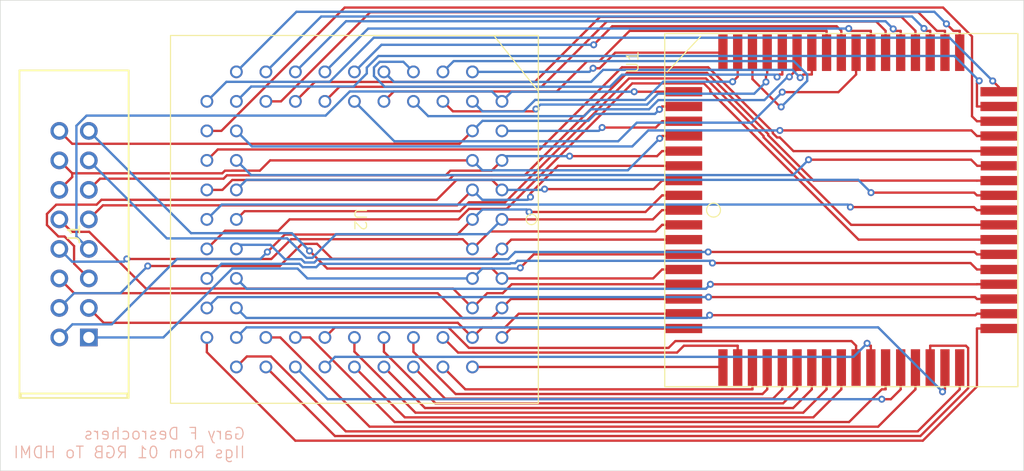
<source format=kicad_pcb>
(kicad_pcb (version 20240108) (generator "pcbnew") (generator_version "8.0")
  (layers (0 "F.Cu" signal) (31 "B.Cu" signal) (34 "B.Paste" user) (35 "F.Paste" user) (36 "B.SilkS" user "B.Silkscreen") (37 "F.SilkS" user "F.Silkscreen") (38 "B.Mask" user) (39 "F.Mask" user) (44 "Edge.Cuts" user))
  (net 0 "")
  (net 1 "Net-(U1-VID3)")
  (net 2 "Net-(U1-VID0)")
  (net 3 "Net-(U1-VID2)")
  (net 4 "Net-(U1-VID6)")
  (net 5 "Net-(U1-VID1)")
  (net 6 "Net-(U1-VID7)")
  (net 7 "Net-(U1-VID5)")
  (net 8 "Net-(U1-VID9)")
  (net 9 "Net-(U1-COMP-SYN)")
  (net 10 "Net-(U1-VID8)")
  (net 11 "Net-(U1-VSS)")
  (net 12 "Net-(U1-VID10)")
  (net 13 "Net-(U1-VID11)")
  (net 14 "Net-(J1-Pad16)")
  (net 15 "Net-(U1-VID4)")
  (net 16 "Net-(U1-28M)")
  (net 17 "Net-(U1-CLK)")
  (net 18 "Net-(U1-FLIP6)")
  (net 19 "Net-(U1-IRQ)")
  (net 20 "Net-(U1-VDD-Pad58)")
  (net 21 "Net-(U1-AD1)")
  (net 22 "Net-(U1-PH0)")
  (net 23 "Net-(U1-VBL)")
  (net 24 "Net-(U1-CLKCS)")
  (net 25 "Net-(U1-RA3)")
  (net 26 "Net-(U1-RGB8)")
  (net 27 "Net-(U1-MONO-COLOR)")
  (net 28 "Net-(U1-FLIP7)")
  (net 29 "Net-(U1-A12)")
  (net 30 "Net-(U1-VDD-Pad59)")
  (net 31 "Net-(U1-RGB4)")
  (net 32 "Net-(U1-BD7)")
  (net 33 "Net-(U1-STRETCH)")
  (net 34 "Net-(U1-R{slash}*W)")
  (net 35 "Net-(U1-RA4)")
  (net 36 "Net-(U1-AD0)")
  (net 37 "Net-(U1-TEST)")
  (net 38 "Net-(U1-1SEC)")
  (net 39 "Net-(U1-RA6)")
  (net 40 "Net-(U1-M2SEL{slash}CA)")
  (net 41 "Net-(U1-RGB2)")
  (net 42 "Net-(U1-BD0)")
  (net 43 "Net-(U1-RA2)")
  (net 44 "Net-(U1-14M)")
  (net 45 "Net-(U1-EN35)")
  (net 46 "Net-(U1-RA5)")
  (net 47 "Net-(U1-AD5)")
  (net 48 "Net-(U1-AD2)")
  (net 49 "Net-(U1-BD6)")
  (net 50 "Net-(U1-AD4)")
  (net 51 "Net-(U1-AD7)")
  (net 52 "Net-(U1-SYNC)")
  (net 53 "Net-(U1-DB5)")
  (net 54 "Net-(U1-RA0)")
  (net 55 "Net-(U1-PDC)")
  (net 56 "Net-(U1-BD1)")
  (net 57 "Net-(U1-AD6)")
  (net 58 "Net-(U1-RESET)")
  (net 59 "Net-(U1-BD4)")
  (net 60 "Net-(U1-HDSEL)")
  (net 61 "Net-(U1-RGB1)")
  (net 62 "Net-(U1-RA1)")
  (net 63 "Net-(U1-RA7)")
  (net 64 "Net-(U1-BD2)")
  (net 65 "Net-(U1-EXTIRQ)")
  (net 66 "Net-(U1-DATA)")
  (net 67 "Net-(U1-AD3)")
  (net 68 "Net-(U1-BD3)")
  (footprint "IIgsFootprints:Winslow W9327" (layer "F.Cu") (at 142.24 85.56 90)
    (property "Reference" "U1")
    (property "Value" "W9327")
  )
  (footprint "IIgsFootprints:con16_2X8_S4_TEC" (layer "F.Cu") (at 77.47 96.52 90)
    (property "Reference" "J1")
    (property "Value" "5103308-3")
  )
  (footprint "IIgsFootprints:PLCC-68-AT" (layer "F.Cu") (at 100.33 86.36 -90)
    (property "Reference" "U2")
    (property "Value" "PLCC-68-AT")
  )
  (gr_rect (start 69.85 67.5) (end 157.94 108) (stroke (width 0.05)) (fill none) (layer "Edge.Cuts"))
  (gr_text "Gary F Desrochers\nIIgs Rom 01 RGB To HDMI" (at 91 107 0) (layer "B.SilkS") (effects (font (size 1 1) (thickness 0.1)) (justify left bottom mirror)))
  (segment (start 126.0433 91.44) (end 113.03 91.44) (width 0.2) (layer "F.Cu") (net 1))
  (segment (start 96.4649 89.0662) (end 97.987 90.5883) (width 0.2) (layer "F.Cu") (net 1))
  (segment (start 112.1783 90.5883) (end 113.03 91.44) (width 0.2) (layer "F.Cu") (net 1))
  (segment (start 128.69 90.67) (end 126.8133 90.67) (width 0.2) (layer "F.Cu") (net 1))
  (segment (start 97.987 90.5883) (end 112.1783 90.5883) (width 0.2) (layer "F.Cu") (net 1))
  (segment (start 126.8133 90.67) (end 126.0433 91.44) (width 0.2) (layer "F.Cu") (net 1))
  (via (at 96.4649 89.0662) (size 0.6) (drill 0.3) (layers "F.Cu" "B.Cu") (net 1))
  (segment (start 86.2734 87.5434) (end 94.9421 87.5434) (width 0.2) (layer "B.Cu") (net 1))
  (segment (start 94.9421 87.5434) (end 96.4649 89.0662) (width 0.2) (layer "B.Cu") (net 1))
  (segment (start 77.47 78.74) (end 86.2734 87.5434) (width 0.2) (layer "B.Cu") (net 1))
  (segment (start 109.2283 95.2583) (end 110.49 96.52) (width 0.2) (layer "F.Cu") (net 2))
  (segment (start 78.7483 95.2583) (end 109.2283 95.2583) (width 0.2) (layer "F.Cu") (net 2))
  (segment (start 128.69 94.48) (end 114.469 94.48) (width 0.2) (layer "F.Cu") (net 2))
  (segment (start 113.2807 95.6683) (end 111.3417 95.6683) (width 0.2) (layer "F.Cu") (net 2))
  (segment (start 77.47 93.98) (end 78.7483 95.2583) (width 0.2) (layer "F.Cu") (net 2))
  (segment (start 114.469 94.48) (end 113.2807 95.6683) (width 0.2) (layer "F.Cu") (net 2))
  (segment (start 111.3417 95.6683) (end 110.49 96.52) (width 0.2) (layer "F.Cu") (net 2))
  (segment (start 111.76 92.71) (end 110.49 93.98) (width 0.2) (layer "F.Cu") (net 3))
  (segment (start 113.8677 91.94) (end 113.0977 92.71) (width 0.2) (layer "F.Cu") (net 3))
  (segment (start 74.93 86.36) (end 75.9998 87.4298) (width 0.2) (layer "F.Cu") (net 3))
  (segment (start 128.69 91.94) (end 113.8677 91.94) (width 0.2) (layer "F.Cu") (net 3))
  (segment (start 75.9998 87.4298) (end 77.5042 87.4298) (width 0.2) (layer "F.Cu") (net 3))
  (segment (start 108.8183 92.3083) (end 110.49 93.98) (width 0.2) (layer "F.Cu") (net 3))
  (segment (start 113.0977 92.71) (end 111.76 92.71) (width 0.2) (layer "F.Cu") (net 3))
  (segment (start 77.5042 87.4298) (end 82.3827 92.3083) (width 0.2) (layer "F.Cu") (net 3))
  (segment (start 82.3827 92.3083) (end 108.8183 92.3083) (width 0.2) (layer "F.Cu") (net 3))
  (segment (start 80.7401 89.7599) (end 80.7475 89.7673) (width 0.2) (layer "F.Cu") (net 4))
  (segment (start 109.6527 88.0627) (end 110.49 88.9) (width 0.2) (layer "F.Cu") (net 4))
  (segment (start 126.245 87.3983) (end 126.8133 86.83) (width 0.2) (layer "F.Cu") (net 4))
  (segment (start 94.8839 88.0627) (end 109.6527 88.0627) (width 0.2) (layer "F.Cu") (net 4))
  (segment (start 80.7475 89.7673) (end 93.1793 89.7673) (width 0.2) (layer "F.Cu") (net 4))
  (segment (start 93.1793 89.7673) (end 94.8839 88.0627) (width 0.2) (layer "F.Cu") (net 4))
  (segment (start 111.9917 87.3983) (end 126.245 87.3983) (width 0.2) (layer "F.Cu") (net 4))
  (segment (start 110.49 88.9) (end 111.9917 87.3983) (width 0.2) (layer "F.Cu") (net 4))
  (segment (start 128.69 86.83) (end 126.8133 86.83) (width 0.2) (layer "F.Cu") (net 4))
  (via (at 80.7401 89.7599) (size 0.6) (drill 0.3) (layers "F.Cu" "B.Cu") (net 4))
  (segment (start 80.7401 89.7599) (end 80.5023 89.9977) (width 0.2) (layer "B.Cu") (net 4))
  (segment (start 80.5023 89.9977) (end 76.0277 89.9977) (width 0.2) (layer "B.Cu") (net 4))
  (segment (start 76.0277 89.9977) (end 74.93 88.9) (width 0.2) (layer "B.Cu") (net 4))
  (segment (start 107.4917 92.71) (end 76.2 92.71) (width 0.2) (layer "F.Cu") (net 5))
  (segment (start 113.8 93.21) (end 113.03 93.98) (width 0.2) (layer "F.Cu") (net 5))
  (segment (start 76.2 92.71) (end 74.93 91.44) (width 0.2) (layer "F.Cu") (net 5))
  (segment (start 113.03 93.98) (end 112.1519 94.8581) (width 0.2) (layer "F.Cu") (net 5))
  (segment (start 109.6398 94.8581) (end 107.4917 92.71) (width 0.2) (layer "F.Cu") (net 5))
  (segment (start 112.1519 94.8581) (end 109.6398 94.8581) (width 0.2) (layer "F.Cu") (net 5))
  (segment (start 128.69 93.21) (end 113.8 93.21) (width 0.2) (layer "F.Cu") (net 5))
  (segment (start 128.69 85.56) (end 126.8133 85.56) (width 0.2) (layer "F.Cu") (net 6))
  (segment (start 126.0133 86.36) (end 126.8133 85.56) (width 0.2) (layer "F.Cu") (net 6))
  (segment (start 113.03 86.36) (end 126.0133 86.36) (width 0.2) (layer "F.Cu") (net 6))
  (segment (start 96.7141 89.6679) (end 98.7519 87.6301) (width 0.2) (layer "B.Cu") (net 6))
  (segment (start 94.5417 87.9938) (end 96.2158 89.6679) (width 0.2) (layer "B.Cu") (net 6))
  (segment (start 84.1838 87.9938) (end 94.5417 87.9938) (width 0.2) (layer "B.Cu") (net 6))
  (segment (start 98.7519 87.63) (end 111.76 87.63) (width 0.2) (layer "B.Cu") (net 6))
  (segment (start 111.76 87.63) (end 113.03 86.36) (width 0.2) (layer "B.Cu") (net 6))
  (segment (start 98.7519 87.6301) (end 98.7519 87.63) (width 0.2) (layer "B.Cu") (net 6))
  (segment (start 77.47 81.28) (end 84.1838 87.9938) (width 0.2) (layer "B.Cu") (net 6))
  (segment (start 96.2158 89.6679) (end 96.7141 89.6679) (width 0.2) (layer "B.Cu") (net 6))
  (segment (start 93.9074 90.3711) (end 95.8141 88.4644) (width 0.2) (layer "F.Cu") (net 7))
  (segment (start 128.69 88.1) (end 113.83 88.1) (width 0.2) (layer "F.Cu") (net 7))
  (segment (start 112.1783 89.7517) (end 113.03 88.9) (width 0.2) (layer "F.Cu") (net 7))
  (segment (start 82.5424 90.3711) (end 93.9074 90.3711) (width 0.2) (layer "F.Cu") (net 7))
  (segment (start 95.8141 88.4644) (end 97.1158 88.4644) (width 0.2) (layer "F.Cu") (net 7))
  (segment (start 113.83 88.1) (end 113.03 88.9) (width 0.2) (layer "F.Cu") (net 7))
  (segment (start 97.1158 88.4644) (end 98.4031 89.7517) (width 0.2) (layer "F.Cu") (net 7))
  (segment (start 98.4031 89.7517) (end 112.1783 89.7517) (width 0.2) (layer "F.Cu") (net 7))
  (via (at 82.5424 90.3711) (size 0.6) (drill 0.3) (layers "F.Cu" "B.Cu") (net 7))
  (segment (start 76.2 92.71) (end 80.2035 92.71) (width 0.2) (layer "B.Cu") (net 7))
  (segment (start 74.93 93.98) (end 76.2 92.71) (width 0.2) (layer "B.Cu") (net 7))
  (segment (start 80.2035 92.71) (end 82.5424 90.3711) (width 0.2) (layer "B.Cu") (net 7))
  (segment (start 126.0812 83.7521) (end 126.8133 83.02) (width 0.2) (layer "F.Cu") (net 8))
  (segment (start 76.2 90.17) (end 77.47 91.44) (width 0.2) (layer "F.Cu") (net 8))
  (segment (start 75.3759 87.83) (end 76.2 88.6541) (width 0.2) (layer "F.Cu") (net 8))
  (segment (start 113.03 83.82) (end 112.1783 82.9683) (width 0.2) (layer "F.Cu") (net 8))
  (segment (start 109.1193 82.9683) (end 107.4159 84.6717) (width 0.2) (layer "F.Cu") (net 8))
  (segment (start 112.1783 82.9683) (end 109.1193 82.9683) (width 0.2) (layer "F.Cu") (net 8))
  (segment (start 74.6662 85.09) (end 73.8663 85.8899) (width 0.2) (layer "F.Cu") (net 8))
  (segment (start 73.8663 86.8453) (end 74.851 87.83) (width 0.2) (layer "F.Cu") (net 8))
  (segment (start 78.1384 85.09) (end 74.6662 85.09) (width 0.2) (layer "F.Cu") (net 8))
  (segment (start 78.5567 84.6717) (end 78.1384 85.09) (width 0.2) (layer "F.Cu") (net 8))
  (segment (start 128.69 83.02) (end 126.8133 83.02) (width 0.2) (layer "F.Cu") (net 8))
  (segment (start 73.8663 85.8899) (end 73.8663 86.8453) (width 0.2) (layer "F.Cu") (net 8))
  (segment (start 76.2 88.6541) (end 76.2 90.17) (width 0.2) (layer "F.Cu") (net 8))
  (segment (start 116.7008 83.7521) (end 126.0812 83.7521) (width 0.2) (layer "F.Cu") (net 8))
  (segment (start 74.851 87.83) (end 75.3759 87.83) (width 0.2) (layer "F.Cu") (net 8))
  (segment (start 107.4159 84.6717) (end 78.5567 84.6717) (width 0.2) (layer "F.Cu") (net 8))
  (via (at 116.7008 83.7521) (size 0.6) (drill 0.3) (layers "F.Cu" "B.Cu") (net 8))
  (segment (start 116.6329 83.82) (end 116.7008 83.7521) (width 0.2) (layer "B.Cu") (net 8))
  (segment (start 113.03 83.82) (end 116.6329 83.82) (width 0.2) (layer "B.Cu") (net 8))
  (segment (start 89.1866 82.1634) (end 88.9588 82.3912) (width 0.2) (layer "F.Cu") (net 9))
  (segment (start 88.9588 82.3912) (end 76.0412 82.3912) (width 0.2) (layer "F.Cu") (net 9))
  (segment (start 128.69 79.18) (end 126.8133 79.18) (width 0.2) (layer "F.Cu") (net 9))
  (segment (start 110.49 81.28) (end 93.0757 81.28) (width 0.2) (layer "F.Cu") (net 9))
  (segment (start 126.8133 79.18) (end 126.6079 79.3854) (width 0.2) (layer "F.Cu") (net 9))
  (segment (start 76.0412 82.3912) (end 74.93 81.28) (width 0.2) (layer "F.Cu") (net 9))
  (segment (start 92.1923 82.1634) (end 89.1866 82.1634) (width 0.2) (layer "F.Cu") (net 9))
  (segment (start 93.0757 81.28) (end 92.1923 82.1634) (width 0.2) (layer "F.Cu") (net 9))
  (segment (start 76.0412 82.3912) (end 76.0412 82.7088) (width 0.2) (layer "F.Cu") (net 9))
  (segment (start 76.0412 82.7088) (end 74.93 83.82) (width 0.2) (layer "F.Cu") (net 9))
  (via (at 126.6079 79.3854) (size 0.6) (drill 0.3) (layers "F.Cu" "B.Cu") (net 9))
  (segment (start 110.49 81.28) (end 111.344 82.134) (width 0.2) (layer "B.Cu") (net 9))
  (segment (start 111.344 82.134) (end 123.8593 82.134) (width 0.2) (layer "B.Cu") (net 9))
  (segment (start 123.8593 82.134) (end 126.6079 79.3854) (width 0.2) (layer "B.Cu") (net 9))
  (segment (start 115.3665 85.7205) (end 125.3828 85.7205) (width 0.2) (layer "F.Cu") (net 10))
  (segment (start 128.69 84.29) (end 126.8133 84.29) (width 0.2) (layer "F.Cu") (net 10))
  (segment (start 109.189 87.661) (end 94.341 87.661) (width 0.2) (layer "F.Cu") (net 10))
  (segment (start 94.341 87.661) (end 92.8364 89.1656) (width 0.2) (layer "F.Cu") (net 10))
  (segment (start 110.49 86.36) (end 109.189 87.661) (width 0.2) (layer "F.Cu") (net 10))
  (segment (start 125.3828 85.7205) (end 126.8133 84.29) (width 0.2) (layer "F.Cu") (net 10))
  (via (at 115.3665 85.7205) (size 0.6) (drill 0.3) (layers "F.Cu" "B.Cu") (net 10))
  (via (at 92.8364 89.1656) (size 0.6) (drill 0.3) (layers "F.Cu" "B.Cu") (net 10))
  (segment (start 111.3417 85.5083) (end 115.1543 85.5083) (width 0.2) (layer "B.Cu") (net 10))
  (segment (start 110.49 86.36) (end 111.3417 85.5083) (width 0.2) (layer "B.Cu") (net 10))
  (segment (start 92.8364 89.1656) (end 92.2362 89.7658) (width 0.2) (layer "B.Cu") (net 10))
  (segment (start 115.1543 85.5083) (end 115.3665 85.7205) (width 0.2) (layer "B.Cu") (net 10))
  (segment (start 85.067 89.7658) (end 79.4413 95.3915) (width 0.2) (layer "B.Cu") (net 10))
  (segment (start 79.4413 95.3915) (end 76.0585 95.3915) (width 0.2) (layer "B.Cu") (net 10))
  (segment (start 92.2362 89.7658) (end 85.067 89.7658) (width 0.2) (layer "B.Cu") (net 10))
  (segment (start 76.0585 95.3915) (end 74.93 96.52) (width 0.2) (layer "B.Cu") (net 10))
  (segment (start 126.8133 75.37) (end 124.4121 75.37) (width 0.2) (layer "F.Cu") (net 11))
  (segment (start 128.69 75.37) (end 126.8133 75.37) (width 0.2) (layer "F.Cu") (net 11))
  (via (at 124.4121 75.37) (size 0.6) (drill 0.3) (layers "F.Cu" "B.Cu") (net 11))
  (segment (start 97.8518 77.4255) (end 77.2769 77.4255) (width 0.2) (layer "B.Cu") (net 11))
  (segment (start 113.86 75.37) (end 124.4121 75.37) (width 0.2) (layer "B.Cu") (net 11))
  (segment (start 76.4019 78.3005) (end 76.4019 87.8319) (width 0.2) (layer "B.Cu") (net 11))
  (segment (start 113.03 76.2) (end 112.1783 75.3483) (width 0.2) (layer "B.Cu") (net 11))
  (segment (start 113.03 76.2) (end 113.86 75.37) (width 0.2) (layer "B.Cu") (net 11))
  (segment (start 99.929 75.3483) (end 97.8518 77.4255) (width 0.2) (layer "B.Cu") (net 11))
  (segment (start 112.1783 75.3483) (end 99.929 75.3483) (width 0.2) (layer "B.Cu") (net 11))
  (segment (start 76.4019 87.8319) (end 77.47 88.9) (width 0.2) (layer "B.Cu") (net 11))
  (segment (start 77.2769 77.4255) (end 76.4019 78.3005) (width 0.2) (layer "B.Cu") (net 11))
  (segment (start 117.8521 81.75) (end 115.4829 84.1192) (width 0.2) (layer "F.Cu") (net 12))
  (segment (start 78.6808 85.1492) (end 77.47 86.36) (width 0.2) (layer "F.Cu") (net 12))
  (segment (start 128.69 81.75) (end 117.8521 81.75) (width 0.2) (layer "F.Cu") (net 12))
  (segment (start 110.49 83.82) (end 109.1608 85.1492) (width 0.2) (layer "F.Cu") (net 12))
  (segment (start 109.1608 85.1492) (end 78.6808 85.1492) (width 0.2) (layer "F.Cu") (net 12))
  (segment (start 115.4829 84.1192) (end 115.4829 84.4364) (width 0.2) (layer "F.Cu") (net 12))
  (via (at 115.4829 84.4364) (size 0.6) (drill 0.3) (layers "F.Cu" "B.Cu") (net 12))
  (segment (start 111.3455 84.6755) (end 115.2438 84.6755) (width 0.2) (layer "B.Cu") (net 12))
  (segment (start 115.2438 84.6755) (end 115.4829 84.4364) (width 0.2) (layer "B.Cu") (net 12))
  (segment (start 110.49 83.82) (end 111.3455 84.6755) (width 0.2) (layer "B.Cu") (net 12))
  (segment (start 89.3535 82.5666) (end 89.0652 82.8549) (width 0.2) (layer "F.Cu") (net 13))
  (segment (start 112.1451 82.1649) (end 108.5863 82.1649) (width 0.2) (layer "F.Cu") (net 13))
  (segment (start 113.03 81.28) (end 112.1451 82.1649) (width 0.2) (layer "F.Cu") (net 13))
  (segment (start 89.0652 82.8549) (end 78.435 82.8549) (width 0.2) (layer "F.Cu") (net 13))
  (segment (start 78.435 82.8549) (end 78.435 82.855) (width 0.2) (layer "F.Cu") (net 13))
  (segment (start 108.5863 82.1649) (end 108.1846 82.5666) (width 0.2) (layer "F.Cu") (net 13))
  (segment (start 78.435 82.855) (end 77.47 83.82) (width 0.2) (layer "F.Cu") (net 13))
  (segment (start 128.69 80.48) (end 126.8133 80.48) (width 0.2) (layer "F.Cu") (net 13))
  (segment (start 108.1846 82.5666) (end 89.3535 82.5666) (width 0.2) (layer "F.Cu") (net 13))
  (segment (start 126.8133 80.48) (end 126.3796 80.9137) (width 0.2) (layer "F.Cu") (net 13))
  (segment (start 126.3796 80.9137) (end 118.8504 80.9137) (width 0.2) (layer "F.Cu") (net 13))
  (via (at 118.8504 80.9137) (size 0.6) (drill 0.3) (layers "F.Cu" "B.Cu") (net 13))
  (segment (start 113.3963 80.9137) (end 118.8504 80.9137) (width 0.2) (layer "B.Cu") (net 13))
  (segment (start 113.03 81.28) (end 113.3963 80.9137) (width 0.2) (layer "B.Cu") (net 13))
  (segment (start 110.49 78.74) (end 109.3789 79.8511) (width 0.2) (layer "F.Cu") (net 14))
  (segment (start 128.69 76.64) (end 126.8133 76.64) (width 0.2) (layer "F.Cu") (net 14))
  (segment (start 126.8133 76.64) (end 126.8133 76.6651) (width 0.2) (layer "F.Cu") (net 14))
  (segment (start 76.0411 79.8511) (end 74.93 78.74) (width 0.2) (layer "F.Cu") (net 14))
  (segment (start 126.8133 76.6651) (end 126.5879 76.8905) (width 0.2) (layer "F.Cu") (net 14))
  (segment (start 109.3789 79.8511) (end 76.0411 79.8511) (width 0.2) (layer "F.Cu") (net 14))
  (via (at 126.5879 76.8905) (size 0.6) (drill 0.3) (layers "F.Cu" "B.Cu") (net 14))
  (segment (start 121.0615 77.2818) (end 126.1966 77.2818) (width 0.2) (layer "B.Cu") (net 14))
  (segment (start 120.4647 77.8786) (end 121.0615 77.2818) (width 0.2) (layer "B.Cu") (net 14))
  (segment (start 126.1966 77.2818) (end 126.5879 76.8905) (width 0.2) (layer "B.Cu") (net 14))
  (segment (start 111.3514 77.8786) (end 120.4647 77.8786) (width 0.2) (layer "B.Cu") (net 14))
  (segment (start 110.49 78.74) (end 111.3514 77.8786) (width 0.2) (layer "B.Cu") (net 14))
  (segment (start 114.6059 90.5267) (end 115.7626 89.37) (width 0.2) (layer "F.Cu") (net 15))
  (segment (start 115.7626 89.37) (end 128.69 89.37) (width 0.2) (layer "F.Cu") (net 15))
  (via (at 114.6059 90.5267) (size 0.6) (drill 0.3) (layers "F.Cu" "B.Cu") (net 15))
  (segment (start 111.3425 90.5875) (end 110.49 91.44) (width 0.2) (layer "B.Cu") (net 15))
  (segment (start 96.2839 91.44) (end 110.49 91.44) (width 0.2) (layer "B.Cu") (net 15))
  (segment (start 95.4322 90.5883) (end 96.2839 91.44) (width 0.2) (layer "B.Cu") (net 15))
  (segment (start 83.8855 96.52) (end 89.8172 90.5883) (width 0.2) (layer "B.Cu") (net 15))
  (segment (start 114.6059 90.5267) (end 114.5451 90.5875) (width 0.2) (layer "B.Cu") (net 15))
  (segment (start 114.5451 90.5875) (end 111.3425 90.5875) (width 0.2) (layer "B.Cu") (net 15))
  (segment (start 77.47 96.52) (end 83.8855 96.52) (width 0.2) (layer "B.Cu") (net 15))
  (segment (start 89.8172 90.5883) (end 95.4322 90.5883) (width 0.2) (layer "B.Cu") (net 15))
  (segment (start 133.32 74.0766) (end 132.8862 74.5104) (width 0.2) (layer "F.Cu") (net 16))
  (segment (start 133.32 73.8867) (end 133.32 74.0766) (width 0.2) (layer "F.Cu") (net 16))
  (segment (start 133.32 72.01) (end 133.32 73.8867) (width 0.2) (layer "F.Cu") (net 16))
  (via (at 132.8862 74.5104) (size 0.6) (drill 0.3) (layers "F.Cu" "B.Cu") (net 16))
  (segment (start 115.8847 76.0751) (end 114.8996 77.0602) (width 0.2) (layer "B.Cu") (net 16))
  (segment (start 111.3502 77.0602) (end 110.49 76.2) (width 0.2) (layer "B.Cu") (net 16))
  (segment (start 125.3447 76.0751) (end 115.8847 76.0751) (width 0.2) (layer "B.Cu") (net 16))
  (segment (start 132.8862 74.5104) (end 126.9094 74.5104) (width 0.2) (layer "B.Cu") (net 16))
  (segment (start 114.8996 77.0602) (end 111.3502 77.0602) (width 0.2) (layer "B.Cu") (net 16))
  (segment (start 126.9094 74.5104) (end 125.3447 76.0751) (width 0.2) (layer "B.Cu") (net 16))
  (segment (start 108.1401 101.7901) (end 136.3566 101.7901) (width 0.2) (layer "F.Cu") (net 17))
  (segment (start 105.41 99.06) (end 108.1401 101.7901) (width 0.2) (layer "F.Cu") (net 17))
  (segment (start 136.3566 101.7901) (end 137.16 100.9867) (width 0.2) (layer "F.Cu") (net 17))
  (segment (start 137.16 99.11) (end 137.16 100.9867) (width 0.2) (layer "F.Cu") (net 17))
  (segment (start 142.9098 103.7986) (end 145.7217 100.9867) (width 0.2) (layer "F.Cu") (net 18))
  (segment (start 145.7217 100.9867) (end 146.05 100.9867) (width 0.2) (layer "F.Cu") (net 18))
  (segment (start 103.7884 103.7986) (end 142.9098 103.7986) (width 0.2) (layer "F.Cu") (net 18))
  (segment (start 146.05 99.11) (end 146.05 100.9867) (width 0.2) (layer "F.Cu") (net 18))
  (segment (start 96.5098 96.52) (end 103.7884 103.7986) (width 0.2) (layer "F.Cu") (net 18))
  (segment (start 95.25 96.52) (end 96.5098 96.52) (width 0.2) (layer "F.Cu") (net 18))
  (segment (start 155.79 93.21) (end 153.9133 93.21) (width 0.2) (layer "F.Cu") (net 19))
  (segment (start 153.9133 93.21) (end 153.7483 93.045) (width 0.2) (layer "F.Cu") (net 19))
  (segment (start 153.7483 93.045) (end 130.8068 93.045) (width 0.2) (layer "F.Cu") (net 19))
  (via (at 130.8068 93.045) (size 0.6) (drill 0.3) (layers "F.Cu" "B.Cu") (net 19))
  (segment (start 88.565 93.045) (end 130.8068 93.045) (width 0.2) (layer "B.Cu") (net 19))
  (segment (start 87.63 93.98) (end 88.565 93.045) (width 0.2) (layer "B.Cu") (net 19))
  (segment (start 134.59 100.9867) (end 109.8767 100.9867) (width 0.2) (layer "F.Cu") (net 20))
  (segment (start 134.59 99.11) (end 134.59 100.9867) (width 0.2) (layer "F.Cu") (net 20))
  (segment (start 109.8767 100.9867) (end 107.95 99.06) (width 0.2) (layer "F.Cu") (net 20))
  (segment (start 142.24 72.01) (end 142.24 70.1333) (width 0.2) (layer "F.Cu") (net 21))
  (segment (start 141.8383 69.7316) (end 122.5241 69.7316) (width 0.2) (layer "F.Cu") (net 21))
  (segment (start 122.5241 69.7316) (end 120.9254 71.3303) (width 0.2) (layer "F.Cu") (net 21))
  (segment (start 142.24 70.1333) (end 141.8383 69.7316) (width 0.2) (layer "F.Cu") (net 21))
  (via (at 120.9254 71.3303) (size 0.6) (drill 0.3) (layers "F.Cu" "B.Cu") (net 21))
  (segment (start 100.33 73.66) (end 102.6597 71.3303) (width 0.2) (layer "B.Cu") (net 21))
  (segment (start 102.6597 71.3303) (end 120.9254 71.3303) (width 0.2) (layer "B.Cu") (net 21))
  (segment (start 151.16 99.11) (end 151.16 100.9867) (width 0.2) (layer "F.Cu") (net 22))
  (segment (start 151.16 100.9867) (end 150.9534 101.1933) (width 0.2) (layer "F.Cu") (net 22))
  (segment (start 150.9534 101.1933) (end 150.9518 101.1933) (width 0.2) (layer "F.Cu") (net 22))
  (via (at 150.9518 101.1933) (size 0.6) (drill 0.3) (layers "F.Cu" "B.Cu") (net 22))
  (segment (start 90.17 96.52) (end 91.0381 95.6519) (width 0.2) (layer "B.Cu") (net 22))
  (segment (start 91.0381 95.6519) (end 145.4104 95.6519) (width 0.2) (layer "B.Cu") (net 22))
  (segment (start 145.4104 95.6519) (end 150.9518 101.1933) (width 0.2) (layer "B.Cu") (net 22))
  (segment (start 142.24 99.11) (end 142.24 100.9867) (width 0.2) (layer "F.Cu") (net 23))
  (segment (start 104.6669 103.3969) (end 139.8298 103.3969) (width 0.2) (layer "F.Cu") (net 23))
  (segment (start 100.33 99.06) (end 104.6669 103.3969) (width 0.2) (layer "F.Cu") (net 23))
  (segment (start 139.8298 103.3969) (end 142.24 100.9867) (width 0.2) (layer "F.Cu") (net 23))
  (segment (start 106.4035 102.5935) (end 138.0932 102.5935) (width 0.2) (layer "F.Cu") (net 24))
  (segment (start 102.87 99.06) (end 106.4035 102.5935) (width 0.2) (layer "F.Cu") (net 24))
  (segment (start 139.7 99.11) (end 139.7 100.9867) (width 0.2) (layer "F.Cu") (net 24))
  (segment (start 138.0932 102.5935) (end 139.7 100.9867) (width 0.2) (layer "F.Cu") (net 24))
  (segment (start 155.79 85.56) (end 153.9133 85.56) (width 0.2) (layer "F.Cu") (net 25))
  (segment (start 153.6523 85.299) (end 143.0188 85.299) (width 0.2) (layer "F.Cu") (net 25))
  (segment (start 153.9133 85.56) (end 153.6523 85.299) (width 0.2) (layer "F.Cu") (net 25))
  (via (at 143.0188 85.299) (size 0.6) (drill 0.3) (layers "F.Cu" "B.Cu") (net 25))
  (segment (start 142.8009 85.0811) (end 143.0188 85.299) (width 0.2) (layer "B.Cu") (net 25))
  (segment (start 88.9089 85.0811) (end 142.8009 85.0811) (width 0.2) (layer "B.Cu") (net 25))
  (segment (start 87.63 86.36) (end 88.9089 85.0811) (width 0.2) (layer "B.Cu") (net 25))
  (segment (start 143.0775 70.1333) (end 142.8766 69.9324) (width 0.2) (layer "F.Cu") (net 26))
  (segment (start 144.78 70.1333) (end 143.0775 70.1333) (width 0.2) (layer "F.Cu") (net 26))
  (segment (start 144.78 72.01) (end 144.78 70.1333) (width 0.2) (layer "F.Cu") (net 26))
  (via (at 142.8766 69.9324) (size 0.6) (drill 0.3) (layers "F.Cu" "B.Cu") (net 26))
  (segment (start 101.5176 69.9324) (end 142.8766 69.9324) (width 0.2) (layer "B.Cu") (net 26))
  (segment (start 97.79 73.66) (end 101.5176 69.9324) (width 0.2) (layer "B.Cu") (net 26))
  (segment (start 128.69 77.91) (end 126.8133 77.91) (width 0.2) (layer "F.Cu") (net 27))
  (segment (start 126.2698 78.4535) (end 126.8133 77.91) (width 0.2) (layer "F.Cu") (net 27))
  (segment (start 121.6517 78.4535) (end 126.2698 78.4535) (width 0.2) (layer "F.Cu") (net 27))
  (via (at 121.6517 78.4535) (size 0.6) (drill 0.3) (layers "F.Cu" "B.Cu") (net 27))
  (segment (start 113.03 78.74) (end 121.3652 78.74) (width 0.2) (layer "B.Cu") (net 27))
  (segment (start 121.3652 78.74) (end 121.6517 78.4535) (width 0.2) (layer "B.Cu") (net 27))
  (segment (start 147.35 99.11) (end 147.35 100.9867) (width 0.2) (layer "F.Cu") (net 28))
  (segment (start 147.35 100.9867) (end 146.501 101.8357) (width 0.2) (layer "F.Cu") (net 28))
  (segment (start 146.501 101.8357) (end 145.7235 101.8357) (width 0.2) (layer "F.Cu") (net 28))
  (via (at 145.7235 101.8357) (size 0.6) (drill 0.3) (layers "F.Cu" "B.Cu") (net 28))
  (segment (start 98.0257 101.8357) (end 145.7235 101.8357) (width 0.2) (layer "B.Cu") (net 28))
  (segment (start 95.25 99.06) (end 98.0257 101.8357) (width 0.2) (layer "B.Cu") (net 28))
  (segment (start 144.78 99.11) (end 144.78 97.2333) (width 0.2) (layer "F.Cu") (net 29))
  (segment (start 144.6719 97.2333) (end 144.4616 97.023) (width 0.2) (layer "F.Cu") (net 29))
  (segment (start 144.78 97.2333) (end 144.6719 97.2333) (width 0.2) (layer "F.Cu") (net 29))
  (via (at 144.4616 97.023) (size 0.6) (drill 0.3) (layers "F.Cu" "B.Cu") (net 29))
  (segment (start 143.2924 98.1922) (end 144.4616 97.023) (width 0.2) (layer "B.Cu") (net 29))
  (segment (start 97.79 99.06) (end 98.6578 98.1922) (width 0.2) (layer "B.Cu") (net 29))
  (segment (start 98.6578 98.1922) (end 143.2924 98.1922) (width 0.2) (layer "B.Cu") (net 29))
  (segment (start 107.95 96.52) (end 109.2511 97.8211) (width 0.2) (layer "F.Cu") (net 30))
  (segment (start 133.32 99.11) (end 133.32 97.2333) (width 0.2) (layer "F.Cu") (net 30))
  (segment (start 128.6881 97.2333) (end 133.32 97.2333) (width 0.2) (layer "F.Cu") (net 30))
  (segment (start 128.1003 97.8211) (end 128.6881 97.2333) (width 0.2) (layer "F.Cu") (net 30))
  (segment (start 109.2511 97.8211) (end 128.1003 97.8211) (width 0.2) (layer "F.Cu") (net 30))
  (segment (start 146.05 72.01) (end 146.05 70.1333) (width 0.2) (layer "F.Cu") (net 31))
  (segment (start 116.4319 74.9459) (end 122.0479 69.3299) (width 0.2) (layer "F.Cu") (net 31))
  (segment (start 97.79 76.2) (end 99.0441 74.9459) (width 0.2) (layer "F.Cu") (net 31))
  (segment (start 99.0441 74.9459) (end 116.4319 74.9459) (width 0.2) (layer "F.Cu") (net 31))
  (segment (start 122.0479 69.3299) (end 145.2466 69.3299) (width 0.2) (layer "F.Cu") (net 31))
  (segment (start 145.2466 69.3299) (end 146.05 70.1333) (width 0.2) (layer "F.Cu") (net 31))
  (segment (start 136.7046 79.3054) (end 136.3499 78.9507) (width 0.2) (layer "F.Cu") (net 32))
  (segment (start 130.7841 73.2664) (end 123.3581 73.2664) (width 0.2) (layer "F.Cu") (net 32))
  (segment (start 136.9437 79.3054) (end 136.7046 79.3054) (width 0.2) (layer "F.Cu") (net 32))
  (segment (start 136.3499 78.8322) (end 130.7841 73.2664) (width 0.2) (layer "F.Cu") (net 32))
  (segment (start 138.1183 80.48) (end 136.9437 79.3054) (width 0.2) (layer "F.Cu") (net 32))
  (segment (start 136.3499 78.9507) (end 136.3499 78.8322) (width 0.2) (layer "F.Cu") (net 32))
  (segment (start 88.5694 80.3406) (end 87.63 81.28) (width 0.2) (layer "F.Cu") (net 32))
  (segment (start 116.2839 80.3406) (end 88.5694 80.3406) (width 0.2) (layer "F.Cu") (net 32))
  (segment (start 123.3581 73.2664) (end 116.2839 80.3406) (width 0.2) (layer "F.Cu") (net 32))
  (segment (start 155.79 80.48) (end 138.1183 80.48) (width 0.2) (layer "F.Cu") (net 32))
  (segment (start 110.49 99.06) (end 132 99.06) (width 0.2) (layer "F.Cu") (net 33))
  (segment (start 132 99.06) (end 132.05 99.11) (width 0.2) (layer "F.Cu") (net 33))
  (segment (start 149.89 99.11) (end 149.89 97.2333) (width 0.2) (layer "F.Cu") (net 34))
  (segment (start 98.6537 105.0037) (end 149.0453 105.0037) (width 0.2) (layer "F.Cu") (net 34))
  (segment (start 92.71 99.06) (end 98.6537 105.0037) (width 0.2) (layer "F.Cu") (net 34))
  (segment (start 152.9624 97.2333) (end 149.89 97.2333) (width 0.2) (layer "F.Cu") (net 34))
  (segment (start 153.1548 100.8942) (end 153.1548 97.4257) (width 0.2) (layer "F.Cu") (net 34))
  (segment (start 153.1548 97.4257) (end 152.9624 97.2333) (width 0.2) (layer "F.Cu") (net 34))
  (segment (start 149.0453 105.0037) (end 153.1548 100.8942) (width 0.2) (layer "F.Cu") (net 34))
  (segment (start 135.545 79.2859) (end 135.545 79.1824) (width 0.2) (layer "F.Cu") (net 35))
  (segment (start 143.0891 86.83) (end 135.545 79.2859) (width 0.2) (layer "F.Cu") (net 35))
  (segment (start 113.3045 84.8871) (end 110.1862 84.8871) (width 0.2) (layer "F.Cu") (net 35))
  (segment (start 135.545 79.1824) (end 130.5922 74.2296) (width 0.2) (layer "F.Cu") (net 35))
  (segment (start 130.5922 74.2296) (end 123.962 74.2296) (width 0.2) (layer "F.Cu") (net 35))
  (segment (start 155.79 86.83) (end 143.0891 86.83) (width 0.2) (layer "F.Cu") (net 35))
  (segment (start 123.962 74.2296) (end 113.3045 84.8871) (width 0.2) (layer "F.Cu") (net 35))
  (segment (start 110.1862 84.8871) (end 109.4214 85.6519) (width 0.2) (layer "F.Cu") (net 35))
  (segment (start 109.4214 85.6519) (end 90.8781 85.6519) (width 0.2) (layer "F.Cu") (net 35))
  (segment (start 90.8781 85.6519) (end 90.17 86.36) (width 0.2) (layer "F.Cu") (net 35))
  (segment (start 141.9924 75.4043) (end 143.51 73.8867) (width 0.2) (layer "F.Cu") (net 36))
  (segment (start 143.51 72.01) (end 143.51 73.8867) (width 0.2) (layer "F.Cu") (net 36))
  (segment (start 137.1546 75.4043) (end 141.9924 75.4043) (width 0.2) (layer "F.Cu") (net 36))
  (via (at 137.1546 75.4043) (size 0.6) (drill 0.3) (layers "F.Cu" "B.Cu") (net 36))
  (segment (start 124.6352 78.0337) (end 134.5252 78.0337) (width 0.2) (layer "B.Cu") (net 36))
  (segment (start 103.7637 79.6337) (end 123.0352 79.6337) (width 0.2) (layer "B.Cu") (net 36))
  (segment (start 100.33 76.2) (end 103.7637 79.6337) (width 0.2) (layer "B.Cu") (net 36))
  (segment (start 123.0352 79.6337) (end 124.6352 78.0337) (width 0.2) (layer "B.Cu") (net 36))
  (segment (start 134.5252 78.0337) (end 137.1546 75.4043) (width 0.2) (layer "B.Cu") (net 36))
  (segment (start 153.7889 94.6044) (end 153.9133 94.48) (width 0.2) (layer "F.Cu") (net 37))
  (segment (start 130.909 94.6044) (end 153.7889 94.6044) (width 0.2) (layer "F.Cu") (net 37))
  (segment (start 155.79 94.48) (end 153.9133 94.48) (width 0.2) (layer "F.Cu") (net 37))
  (via (at 130.909 94.6044) (size 0.6) (drill 0.3) (layers "F.Cu" "B.Cu") (net 37))
  (segment (start 90.17 93.98) (end 91.0297 94.8397) (width 0.2) (layer "B.Cu") (net 37))
  (segment (start 91.0297 94.8397) (end 130.6737 94.8397) (width 0.2) (layer "B.Cu") (net 37))
  (segment (start 130.6737 94.8397) (end 130.909 94.6044) (width 0.2) (layer "B.Cu") (net 37))
  (segment (start 135.4583 101.3884) (end 135.86 100.9867) (width 0.2) (layer "F.Cu") (net 38))
  (segment (start 105.41 97.7541) (end 109.0443 101.3884) (width 0.2) (layer "F.Cu") (net 38))
  (segment (start 109.0443 101.3884) (end 135.4583 101.3884) (width 0.2) (layer "F.Cu") (net 38))
  (segment (start 135.86 99.11) (end 135.86 100.9867) (width 0.2) (layer "F.Cu") (net 38))
  (segment (start 105.41 96.52) (end 105.41 97.7541) (width 0.2) (layer "F.Cu") (net 38))
  (segment (start 155.79 89.37) (end 153.9133 89.37) (width 0.2) (layer "F.Cu") (net 39))
  (segment (start 153.7062 89.1629) (end 130.7806 89.1629) (width 0.2) (layer "F.Cu") (net 39))
  (segment (start 153.9133 89.37) (end 153.7062 89.1629) (width 0.2) (layer "F.Cu") (net 39))
  (via (at 130.7806 89.1629) (size 0.6) (drill 0.3) (layers "F.Cu" "B.Cu") (net 39))
  (segment (start 96.8804 90.0696) (end 97.1681 89.7819) (width 0.2) (layer "B.Cu") (net 39))
  (segment (start 97.1681 89.7819) (end 113.5476 89.7819) (width 0.2) (layer "B.Cu") (net 39))
  (segment (start 113.5476 89.7819) (end 114.1666 89.1629) (width 0.2) (layer "B.Cu") (net 39))
  (segment (start 94.3417 89.7819) (end 95.7618 89.7819) (width 0.2) (layer "B.Cu") (net 39))
  (segment (start 114.1666 89.1629) (end 130.7806 89.1629) (width 0.2) (layer "B.Cu") (net 39))
  (segment (start 90.5251 88.5449) (end 93.1047 88.5449) (width 0.2) (layer "B.Cu") (net 39))
  (segment (start 90.17 88.9) (end 90.5251 88.5449) (width 0.2) (layer "B.Cu") (net 39))
  (segment (start 93.1047 88.5449) (end 94.3417 89.7819) (width 0.2) (layer "B.Cu") (net 39))
  (segment (start 96.0495 90.0696) (end 96.8804 90.0696) (width 0.2) (layer "B.Cu") (net 39))
  (segment (start 95.7618 89.7819) (end 96.0495 90.0696) (width 0.2) (layer "B.Cu") (net 39))
  (segment (start 140.97 99.11) (end 140.97 100.9867) (width 0.2) (layer "F.Cu") (net 40))
  (segment (start 105.5866 102.9952) (end 138.9615 102.9952) (width 0.2) (layer "F.Cu") (net 40))
  (segment (start 100.33 96.52) (end 100.33 97.7386) (width 0.2) (layer "F.Cu") (net 40))
  (segment (start 138.9615 102.9952) (end 140.97 100.9867) (width 0.2) (layer "F.Cu") (net 40))
  (segment (start 100.33 97.7386) (end 105.5866 102.9952) (width 0.2) (layer "F.Cu") (net 40))
  (segment (start 146.8759 70.1333) (end 146.7059 69.9633) (width 0.2) (layer "F.Cu") (net 41))
  (segment (start 147.35 70.1333) (end 146.8759 70.1333) (width 0.2) (layer "F.Cu") (net 41))
  (segment (start 147.35 72.01) (end 147.35 70.1333) (width 0.2) (layer "F.Cu") (net 41))
  (via (at 146.7059 69.9633) (size 0.6) (drill 0.3) (layers "F.Cu" "B.Cu") (net 41))
  (segment (start 95.25 73.66) (end 99.6078 69.3022) (width 0.2) (layer "B.Cu") (net 41))
  (segment (start 146.0448 69.3022) (end 146.7059 69.9633) (width 0.2) (layer "B.Cu") (net 41))
  (segment (start 99.6078 69.3022) (end 146.0448 69.3022) (width 0.2) (layer "B.Cu") (net 41))
  (segment (start 149.89 72.01) (end 149.89 70.1333) (width 0.2) (layer "F.Cu") (net 42))
  (segment (start 149.89 70.1333) (end 149.5626 70.1333) (width 0.2) (layer "F.Cu") (net 42))
  (segment (start 149.5626 70.1333) (end 149.3529 69.9236) (width 0.2) (layer "F.Cu") (net 42))
  (via (at 149.3529 69.9236) (size 0.6) (drill 0.3) (layers "F.Cu" "B.Cu") (net 42))
  (segment (start 97.4731 68.8969) (end 148.3262 68.8969) (width 0.2) (layer "B.Cu") (net 42))
  (segment (start 92.71 73.66) (end 97.4731 68.8969) (width 0.2) (layer "B.Cu") (net 42))
  (segment (start 148.3262 68.8969) (end 149.3529 69.9236) (width 0.2) (layer "B.Cu") (net 42))
  (segment (start 155.79 84.29) (end 153.9133 84.29) (width 0.2) (layer "F.Cu") (net 43))
  (segment (start 144.7965 84.0556) (end 153.6789 84.0556) (width 0.2) (layer "F.Cu") (net 43))
  (segment (start 153.6789 84.0556) (end 153.9133 84.29) (width 0.2) (layer "F.Cu") (net 43))
  (via (at 144.7965 84.0556) (size 0.6) (drill 0.3) (layers "F.Cu" "B.Cu") (net 43))
  (segment (start 90.17 83.82) (end 91.0336 82.9564) (width 0.2) (layer "B.Cu") (net 43))
  (segment (start 143.6973 82.9564) (end 144.7965 84.0556) (width 0.2) (layer "B.Cu") (net 43))
  (segment (start 91.0336 82.9564) (end 143.6973 82.9564) (width 0.2) (layer "B.Cu") (net 43))
  (segment (start 122.7774 72.01) (end 121.4379 73.3495) (width 0.2) (layer "F.Cu") (net 44))
  (segment (start 121.4379 73.3495) (end 120.8716 73.3495) (width 0.2) (layer "F.Cu") (net 44))
  (segment (start 132.05 72.01) (end 122.7774 72.01) (width 0.2) (layer "F.Cu") (net 44))
  (via (at 120.8716 73.3495) (size 0.6) (drill 0.3) (layers "F.Cu" "B.Cu") (net 44))
  (segment (start 110.49 73.66) (end 120.5611 73.66) (width 0.2) (layer "B.Cu") (net 44))
  (segment (start 120.5611 73.66) (end 120.8716 73.3495) (width 0.2) (layer "B.Cu") (net 44))
  (segment (start 113.8 95.75) (end 113.03 96.52) (width 0.2) (layer "F.Cu") (net 45))
  (segment (start 128.69 95.75) (end 126.8133 95.75) (width 0.2) (layer "F.Cu") (net 45))
  (segment (start 126.8133 95.75) (end 113.8 95.75) (width 0.2) (layer "F.Cu") (net 45))
  (segment (start 130.9582 75.2023) (end 130.4101 74.6542) (width 0.2) (layer "F.Cu") (net 46))
  (segment (start 110.1898 85.4547) (end 109.287 86.3575) (width 0.2) (layer "F.Cu") (net 46))
  (segment (start 130.4101 74.6542) (end 124.2426 74.6542) (width 0.2) (layer "F.Cu") (net 46))
  (segment (start 109.287 86.3575) (end 94.7528 86.3575) (width 0.2) (layer "F.Cu") (net 46))
  (segment (start 113.4421 85.4547) (end 110.1898 85.4547) (width 0.2) (layer "F.Cu") (net 46))
  (segment (start 124.2426 74.6542) (end 113.4421 85.4547) (width 0.2) (layer "F.Cu") (net 46))
  (segment (start 93.7755 87.3348) (end 89.1952 87.3348) (width 0.2) (layer "F.Cu") (net 46))
  (segment (start 94.7528 86.3575) (end 93.7755 87.3348) (width 0.2) (layer "F.Cu") (net 46))
  (segment (start 155.79 88.1) (end 143.7251 88.1) (width 0.2) (layer "F.Cu") (net 46))
  (segment (start 143.7251 88.1) (end 130.9582 75.3331) (width 0.2) (layer "F.Cu") (net 46))
  (segment (start 89.1952 87.3348) (end 87.63 88.9) (width 0.2) (layer "F.Cu") (net 46))
  (segment (start 130.9582 75.3331) (end 130.9582 75.2023) (width 0.2) (layer "F.Cu") (net 46))
  (segment (start 137.16 73.8867) (end 136.9272 73.8867) (width 0.2) (layer "F.Cu") (net 47))
  (segment (start 136.9272 73.8867) (end 136.7116 74.1023) (width 0.2) (layer "F.Cu") (net 47))
  (segment (start 137.16 72.01) (end 137.16 73.8867) (width 0.2) (layer "F.Cu") (net 47))
  (via (at 136.7116 74.1023) (size 0.6) (drill 0.3) (layers "F.Cu" "B.Cu") (net 47))
  (segment (start 102.9339 74.9394) (end 102.0132 74.0187) (width 0.2) (layer "B.Cu") (net 47))
  (segment (start 136.5096 73.9003) (end 123.3655 73.9003) (width 0.2) (layer "B.Cu") (net 47))
  (segment (start 104.5445 72.7945) (end 105.41 73.66) (width 0.2) (layer "B.Cu") (net 47))
  (segment (start 102.0132 73.279) (end 102.4977 72.7945) (width 0.2) (layer "B.Cu") (net 47))
  (segment (start 102.0132 74.0187) (end 102.0132 73.279) (width 0.2) (layer "B.Cu") (net 47))
  (segment (start 123.3655 73.9003) (end 122.3264 74.9394) (width 0.2) (layer "B.Cu") (net 47))
  (segment (start 122.3264 74.9394) (end 102.9339 74.9394) (width 0.2) (layer "B.Cu") (net 47))
  (segment (start 136.7116 74.1023) (end 136.5096 73.9003) (width 0.2) (layer "B.Cu") (net 47))
  (segment (start 102.4977 72.7945) (end 104.5445 72.7945) (width 0.2) (layer "B.Cu") (net 47))
  (segment (start 140.97 72.01) (end 140.97 70.1333) (width 0.2) (layer "F.Cu") (net 48))
  (segment (start 121.4009 72.7478) (end 124.0154 70.1333) (width 0.2) (layer "F.Cu") (net 48))
  (segment (start 117.7562 75.3483) (end 120.3567 72.7478) (width 0.2) (layer "F.Cu") (net 48))
  (segment (start 124.0154 70.1333) (end 140.97 70.1333) (width 0.2) (layer "F.Cu") (net 48))
  (segment (start 103.7217 75.3483) (end 117.7562 75.3483) (width 0.2) (layer "F.Cu") (net 48))
  (segment (start 120.3567 72.7478) (end 121.4009 72.7478) (width 0.2) (layer "F.Cu") (net 48))
  (segment (start 102.87 76.2) (end 103.7217 75.3483) (width 0.2) (layer "F.Cu") (net 48))
  (segment (start 155.79 79.18) (end 153.9133 79.18) (width 0.2) (layer "F.Cu") (net 49))
  (segment (start 153.9133 79.18) (end 153.4359 78.7026) (width 0.2) (layer "F.Cu") (net 49))
  (segment (start 153.4359 78.7026) (end 136.9528 78.7026) (width 0.2) (layer "F.Cu") (net 49))
  (via (at 136.9528 78.7026) (size 0.6) (drill 0.3) (layers "F.Cu" "B.Cu") (net 49))
  (segment (start 90.17 78.74) (end 91.5089 80.0789) (width 0.2) (layer "B.Cu") (net 49))
  (segment (start 91.5089 80.0789) (end 124.2447 80.0789) (width 0.2) (layer "B.Cu") (net 49))
  (segment (start 124.2447 80.0789) (end 125.621 78.7026) (width 0.2) (layer "B.Cu") (net 49))
  (segment (start 125.621 78.7026) (end 136.9528 78.7026) (width 0.2) (layer "B.Cu") (net 49))
  (segment (start 138.43 72.01) (end 138.43 73.4276) (width 0.2) (layer "F.Cu") (net 50))
  (segment (start 138.43 73.4276) (end 137.7673 74.0903) (width 0.2) (layer "F.Cu") (net 50))
  (via (at 137.7673 74.0903) (size 0.6) (drill 0.3) (layers "F.Cu" "B.Cu") (net 50))
  (segment (start 137.6178 74.0903) (end 137.7673 74.0903) (width 0.2) (layer "B.Cu") (net 50))
  (segment (start 105.41 76.2) (end 106.6801 77.4701) (width 0.2) (layer "B.Cu") (net 50))
  (segment (start 120.105 77.4701) (end 120.695 76.8801) (width 0.2) (layer "B.Cu") (net 50))
  (segment (start 106.6801 77.4701) (end 120.105 77.4701) (width 0.2) (layer "B.Cu") (net 50))
  (segment (start 125.6913 76.8801) (end 126.4836 76.0878) (width 0.2) (layer "B.Cu") (net 50))
  (segment (start 135.6203 76.0878) (end 137.6178 74.0903) (width 0.2) (layer "B.Cu") (net 50))
  (segment (start 120.695 76.8801) (end 125.6913 76.8801) (width 0.2) (layer "B.Cu") (net 50))
  (segment (start 126.4836 76.0878) (end 135.6203 76.0878) (width 0.2) (layer "B.Cu") (net 50))
  (segment (start 134.59 74.2827) (end 136.9858 76.6785) (width 0.2) (layer "F.Cu") (net 51))
  (segment (start 136.9858 76.6785) (end 137.0626 76.6785) (width 0.2) (layer "F.Cu") (net 51))
  (segment (start 134.59 72.01) (end 134.59 74.2827) (width 0.2) (layer "F.Cu") (net 51))
  (via (at 137.0626 76.6785) (size 0.6) (drill 0.3) (layers "F.Cu" "B.Cu") (net 51))
  (segment (start 108.875 72.735) (end 138.147 72.735) (width 0.2) (layer "B.Cu") (net 51))
  (segment (start 139.3025 73.8905) (end 139.3025 74.4386) (width 0.2) (layer "B.Cu") (net 51))
  (segment (start 139.3025 74.4386) (end 137.0626 76.6785) (width 0.2) (layer "B.Cu") (net 51))
  (segment (start 107.95 73.66) (end 108.875 72.735) (width 0.2) (layer "B.Cu") (net 51))
  (segment (start 138.147 72.735) (end 139.3025 73.8905) (width 0.2) (layer "B.Cu") (net 51))
  (segment (start 149.2535 105.4054) (end 153.9133 100.7456) (width 0.2) (layer "F.Cu") (net 52))
  (segment (start 155.79 95.75) (end 153.9133 95.75) (width 0.2) (layer "F.Cu") (net 52))
  (segment (start 87.63 97.7894) (end 95.246 105.4054) (width 0.2) (layer "F.Cu") (net 52))
  (segment (start 153.9133 100.7456) (end 153.9133 95.75) (width 0.2) (layer "F.Cu") (net 52))
  (segment (start 87.63 96.52) (end 87.63 97.7894) (width 0.2) (layer "F.Cu") (net 52))
  (segment (start 95.246 105.4054) (end 149.2535 105.4054) (width 0.2) (layer "F.Cu") (net 52))
  (segment (start 153.488 77.4847) (end 153.488 70.6149) (width 0.2) (layer "F.Cu") (net 53))
  (segment (start 155.79 77.91) (end 153.9133 77.91) (width 0.2) (layer "F.Cu") (net 53))
  (segment (start 153.9133 77.91) (end 153.488 77.4847) (width 0.2) (layer "F.Cu") (net 53))
  (segment (start 150.9976 68.1245) (end 99.4934 68.1245) (width 0.2) (layer "F.Cu") (net 53))
  (segment (start 153.488 70.6149) (end 150.9976 68.1245) (width 0.2) (layer "F.Cu") (net 53))
  (segment (start 99.4934 68.1245) (end 88.8779 78.74) (width 0.2) (layer "F.Cu") (net 53))
  (segment (start 88.8779 78.74) (end 87.63 78.74) (width 0.2) (layer "F.Cu") (net 53))
  (segment (start 155.79 81.745) (end 153.9383 81.745) (width 0.2) (layer "F.Cu") (net 54))
  (segment (start 139.4199 81.2215) (end 153.4148 81.2215) (width 0.2) (layer "F.Cu") (net 54))
  (segment (start 153.4148 81.2215) (end 153.9383 81.745) (width 0.2) (layer "F.Cu") (net 54))
  (via (at 139.4199 81.2215) (size 0.6) (drill 0.3) (layers "F.Cu" "B.Cu") (net 54))
  (segment (start 138.0987 82.5427) (end 91.4327 82.5427) (width 0.2) (layer "B.Cu") (net 54))
  (segment (start 91.4327 82.5427) (end 90.17 81.28) (width 0.2) (layer "B.Cu") (net 54))
  (segment (start 139.4199 81.2215) (end 138.0987 82.5427) (width 0.2) (layer "B.Cu") (net 54))
  (segment (start 90.17 99.06) (end 91.0726 98.1574) (width 0.2) (layer "F.Cu") (net 55))
  (segment (start 93.1429 98.1574) (end 99.5875 104.602) (width 0.2) (layer "F.Cu") (net 55))
  (segment (start 99.5875 104.602) (end 148.8147 104.602) (width 0.2) (layer "F.Cu") (net 55))
  (segment (start 148.8147 104.602) (end 152.43 100.9867) (width 0.2) (layer "F.Cu") (net 55))
  (segment (start 91.0726 98.1574) (end 93.1429 98.1574) (width 0.2) (layer "F.Cu") (net 55))
  (segment (start 152.43 99.11) (end 152.43 100.9867) (width 0.2) (layer "F.Cu") (net 55))
  (segment (start 150.4661 70.1333) (end 148.859 68.5262) (width 0.2) (layer "F.Cu") (net 56))
  (segment (start 94.0112 76.2) (end 92.71 76.2) (width 0.2) (layer "F.Cu") (net 56))
  (segment (start 101.685 68.5262) (end 94.0112 76.2) (width 0.2) (layer "F.Cu") (net 56))
  (segment (start 151.16 72.01) (end 151.16 70.1333) (width 0.2) (layer "F.Cu") (net 56))
  (segment (start 151.16 70.1333) (end 150.4661 70.1333) (width 0.2) (layer "F.Cu") (net 56))
  (segment (start 148.859 68.5262) (end 101.685 68.5262) (width 0.2) (layer "F.Cu") (net 56))
  (segment (start 135.86 72.01) (end 135.86 73.8867) (width 0.2) (layer "F.Cu") (net 57))
  (segment (start 108.8061 77.0561) (end 115.7545 77.0561) (width 0.2) (layer "F.Cu") (net 57))
  (segment (start 115.7545 77.0561) (end 115.95 76.8606) (width 0.2) (layer "F.Cu") (net 57))
  (segment (start 107.95 76.2) (end 108.8061 77.0561) (width 0.2) (layer "F.Cu") (net 57))
  (segment (start 135.7534 74.5288) (end 135.7534 73.9933) (width 0.2) (layer "F.Cu") (net 57))
  (segment (start 135.7534 73.9933) (end 135.86 73.8867) (width 0.2) (layer "F.Cu") (net 57))
  (via (at 115.95 76.8606) (size 0.6) (drill 0.3) (layers "F.Cu" "B.Cu") (net 57))
  (via (at 135.7534 74.5288) (size 0.6) (drill 0.3) (layers "F.Cu" "B.Cu") (net 57))
  (segment (start 116.3337 76.4769) (end 115.95 76.8606) (width 0.2) (layer "B.Cu") (net 57))
  (segment (start 125.5198 76.4769) (end 116.3337 76.4769) (width 0.2) (layer "B.Cu") (net 57))
  (segment (start 134.7416 75.5406) (end 126.4561 75.5406) (width 0.2) (layer "B.Cu") (net 57))
  (segment (start 135.7534 74.5288) (end 134.7416 75.5406) (width 0.2) (layer "B.Cu") (net 57))
  (segment (start 126.4561 75.5406) (end 125.5198 76.4769) (width 0.2) (layer "B.Cu") (net 57))
  (segment (start 101.6339 104.2003) (end 145.4064 104.2003) (width 0.2) (layer "F.Cu") (net 58))
  (segment (start 92.71 96.52) (end 93.9536 96.52) (width 0.2) (layer "F.Cu") (net 58))
  (segment (start 145.4064 104.2003) (end 148.62 100.9867) (width 0.2) (layer "F.Cu") (net 58))
  (segment (start 93.9536 96.52) (end 101.6339 104.2003) (width 0.2) (layer "F.Cu") (net 58))
  (segment (start 148.62 99.11) (end 148.62 100.9867) (width 0.2) (layer "F.Cu") (net 58))
  (segment (start 153.9133 74.6246) (end 154.1079 74.43) (width 0.2) (layer "F.Cu") (net 59))
  (segment (start 153.9133 76.64) (end 153.9133 74.6246) (width 0.2) (layer "F.Cu") (net 59))
  (segment (start 155.79 76.64) (end 153.9133 76.64) (width 0.2) (layer "F.Cu") (net 59))
  (via (at 154.1079 74.43) (size 0.6) (drill 0.3) (layers "F.Cu" "B.Cu") (net 59))
  (segment (start 101.3959 73.2929) (end 101.3959 73.7987) (width 0.2) (layer "B.Cu") (net 59))
  (segment (start 91.4457 74.9243) (end 90.17 76.2) (width 0.2) (layer "B.Cu") (net 59))
  (segment (start 91.4457 74.9242) (end 91.4457 74.9243) (width 0.2) (layer "B.Cu") (net 59))
  (segment (start 102.3953 72.2935) (end 101.3959 73.2929) (width 0.2) (layer "B.Cu") (net 59))
  (segment (start 101.3959 73.7987) (end 100.2704 74.9242) (width 0.2) (layer "B.Cu") (net 59))
  (segment (start 151.9714 72.2935) (end 102.3953 72.2935) (width 0.2) (layer "B.Cu") (net 59))
  (segment (start 100.2704 74.9242) (end 91.4457 74.9242) (width 0.2) (layer "B.Cu") (net 59))
  (segment (start 154.1079 74.43) (end 151.9714 72.2935) (width 0.2) (layer "B.Cu") (net 59))
  (segment (start 110.1849 97.4194) (end 108.4325 95.667) (width 0.2) (layer "F.Cu") (net 60))
  (segment (start 127.3682 97.4194) (end 110.1849 97.4194) (width 0.2) (layer "F.Cu") (net 60))
  (segment (start 143.51 97.2333) (end 143.1083 96.8316) (width 0.2) (layer "F.Cu") (net 60))
  (segment (start 98.643 95.667) (end 97.79 96.52) (width 0.2) (layer "F.Cu") (net 60))
  (segment (start 127.956 96.8316) (end 127.3682 97.4194) (width 0.2) (layer "F.Cu") (net 60))
  (segment (start 143.51 99.11) (end 143.51 97.2333) (width 0.2) (layer "F.Cu") (net 60))
  (segment (start 108.4325 95.667) (end 98.643 95.667) (width 0.2) (layer "F.Cu") (net 60))
  (segment (start 143.1083 96.8316) (end 127.956 96.8316) (width 0.2) (layer "F.Cu") (net 60))
  (segment (start 115.8666 74.5279) (end 121.4666 68.9279) (width 0.2) (layer "F.Cu") (net 61))
  (segment (start 121.4666 68.9279) (end 147.4146 68.9279) (width 0.2) (layer "F.Cu") (net 61))
  (segment (start 96.9221 74.5279) (end 115.8666 74.5279) (width 0.2) (layer "F.Cu") (net 61))
  (segment (start 95.25 76.2) (end 96.9221 74.5279) (width 0.2) (layer "F.Cu") (net 61))
  (segment (start 148.62 72.01) (end 148.62 70.1333) (width 0.2) (layer "F.Cu") (net 61))
  (segment (start 147.4146 68.9279) (end 148.62 70.1333) (width 0.2) (layer "F.Cu") (net 61))
  (segment (start 123.7938 73.7517) (end 114.9789 82.5666) (width 0.2) (layer "F.Cu") (net 62))
  (segment (start 155.79 83.02) (end 153.9133 83.02) (width 0.2) (layer "F.Cu") (net 62))
  (segment (start 108.4502 82.9683) (end 89.8172 82.9683) (width 0.2) (layer "F.Cu") (net 62))
  (segment (start 130.6824 73.7517) (end 123.7938 73.7517) (width 0.2) (layer "F.Cu") (net 62))
  (segment (start 153.9133 83.02) (end 139.8512 83.02) (width 0.2) (layer "F.Cu") (net 62))
  (segment (start 114.9789 82.5666) (end 108.8519 82.5666) (width 0.2) (layer "F.Cu") (net 62))
  (segment (start 89.8172 82.9683) (end 88.9655 83.82) (width 0.2) (layer "F.Cu") (net 62))
  (segment (start 135.9467 79.016) (end 130.6824 73.7517) (width 0.2) (layer "F.Cu") (net 62))
  (segment (start 108.8519 82.5666) (end 108.4502 82.9683) (width 0.2) (layer "F.Cu") (net 62))
  (segment (start 139.8512 83.02) (end 135.9467 79.1155) (width 0.2) (layer "F.Cu") (net 62))
  (segment (start 135.9467 79.1155) (end 135.9467 79.016) (width 0.2) (layer "F.Cu") (net 62))
  (segment (start 88.9655 83.82) (end 87.63 83.82) (width 0.2) (layer "F.Cu") (net 62))
  (segment (start 153.3589 90.1156) (end 153.9133 90.67) (width 0.2) (layer "F.Cu") (net 63))
  (segment (start 131.1461 90.1156) (end 153.3589 90.1156) (width 0.2) (layer "F.Cu") (net 63))
  (segment (start 155.79 90.67) (end 153.9133 90.67) (width 0.2) (layer "F.Cu") (net 63))
  (via (at 131.1461 90.1156) (size 0.6) (drill 0.3) (layers "F.Cu" "B.Cu") (net 63))
  (segment (start 97.0467 90.4713) (end 97.3344 90.1836) (width 0.2) (layer "B.Cu") (net 63))
  (segment (start 130.9555 89.925) (end 131.1461 90.1156) (width 0.2) (layer "B.Cu") (net 63))
  (segment (start 114.1568 90.125) (end 114.3568 89.925) (width 0.2) (layer "B.Cu") (net 63))
  (segment (start 95.5955 90.1836) (end 95.8832 90.4713) (width 0.2) (layer "B.Cu") (net 63))
  (segment (start 88.8864 90.1836) (end 95.5955 90.1836) (width 0.2) (layer "B.Cu") (net 63))
  (segment (start 97.3344 90.1836) (end 113.7139 90.1836) (width 0.2) (layer "B.Cu") (net 63))
  (segment (start 113.7139 90.1836) (end 113.7725 90.125) (width 0.2) (layer "B.Cu") (net 63))
  (segment (start 95.8832 90.4713) (end 97.0467 90.4713) (width 0.2) (layer "B.Cu") (net 63))
  (segment (start 113.7725 90.125) (end 114.1568 90.125) (width 0.2) (layer "B.Cu") (net 63))
  (segment (start 114.3568 89.925) (end 130.9555 89.925) (width 0.2) (layer "B.Cu") (net 63))
  (segment (start 87.63 91.44) (end 88.8864 90.1836) (width 0.2) (layer "B.Cu") (net 63))
  (segment (start 152.43 70.1333) (end 151.8912 70.1333) (width 0.2) (layer "F.Cu") (net 64))
  (segment (start 151.8912 70.1333) (end 151.2832 69.5253) (width 0.2) (layer "F.Cu") (net 64))
  (segment (start 152.43 72.01) (end 152.43 70.1333) (width 0.2) (layer "F.Cu") (net 64))
  (via (at 151.2832 69.5253) (size 0.6) (drill 0.3) (layers "F.Cu" "B.Cu") (net 64))
  (segment (start 95.3394 68.4906) (end 150.2485 68.4906) (width 0.2) (layer "B.Cu") (net 64))
  (segment (start 150.2485 68.4906) (end 151.2832 69.5253) (width 0.2) (layer "B.Cu") (net 64))
  (segment (start 90.17 73.66) (end 95.3394 68.4906) (width 0.2) (layer "B.Cu") (net 64))
  (segment (start 155.79 91.94) (end 153.9133 91.94) (width 0.2) (layer "F.Cu") (net 65))
  (segment (start 130.9697 91.9453) (end 153.908 91.9453) (width 0.2) (layer "F.Cu") (net 65))
  (segment (start 153.908 91.9453) (end 153.9133 91.94) (width 0.2) (layer "F.Cu") (net 65))
  (via (at 130.9697 91.9453) (size 0.6) (drill 0.3) (layers "F.Cu" "B.Cu") (net 65))
  (segment (start 91.063 92.333) (end 90.17 91.44) (width 0.2) (layer "B.Cu") (net 65))
  (segment (start 130.9697 91.9453) (end 130.582 92.333) (width 0.2) (layer "B.Cu") (net 65))
  (segment (start 130.582 92.333) (end 91.063 92.333) (width 0.2) (layer "B.Cu") (net 65))
  (segment (start 138.43 99.11) (end 138.43 100.9867) (width 0.2) (layer "F.Cu") (net 66))
  (segment (start 102.87 97.7534) (end 107.3084 102.1918) (width 0.2) (layer "F.Cu") (net 66))
  (segment (start 107.3084 102.1918) (end 137.2249 102.1918) (width 0.2) (layer "F.Cu") (net 66))
  (segment (start 102.87 96.52) (end 102.87 97.7534) (width 0.2) (layer "F.Cu") (net 66))
  (segment (start 137.2249 102.1918) (end 138.43 100.9867) (width 0.2) (layer "F.Cu") (net 66))
  (segment (start 139.7 73.8867) (end 138.9725 73.8867) (width 0.2) (layer "F.Cu") (net 67))
  (segment (start 139.7 72.01) (end 139.7 73.8867) (width 0.2) (layer "F.Cu") (net 67))
  (segment (start 138.9725 73.8867) (end 138.7007 74.1585) (width 0.2) (layer "F.Cu") (net 67))
  (via (at 138.7007 74.1585) (size 0.6) (drill 0.3) (layers "F.Cu" "B.Cu") (net 67))
  (segment (start 120.698 74.5238) (end 121.7333 73.4885) (width 0.2) (layer "B.Cu") (net 67))
  (segment (start 138.0307 73.4885) (end 138.7007 74.1585) (width 0.2) (layer "B.Cu") (net 67))
  (segment (start 102.87 73.66) (end 103.7338 74.5238) (width 0.2) (layer "B.Cu") (net 67))
  (segment (start 103.7338 74.5238) (end 120.698 74.5238) (width 0.2) (layer "B.Cu") (net 67))
  (segment (start 121.7333 73.4885) (end 138.0307 73.4885) (width 0.2) (layer "B.Cu") (net 67))
  (segment (start 155.2686 74.4405) (end 155.79 74.9619) (width 0.2) (layer "F.Cu") (net 68))
  (segment (start 155.79 74.9619) (end 155.79 75.37) (width 0.2) (layer "F.Cu") (net 68))
  (via (at 155.2686 74.4405) (size 0.6) (drill 0.3) (layers "F.Cu" "B.Cu") (net 68))
  (segment (start 151.5494 70.7213) (end 155.2686 74.4405) (width 0.2) (layer "B.Cu") (net 68))
  (segment (start 101.9944 70.7213) (end 151.5494 70.7213) (width 0.2) (layer "B.Cu") (net 68))
  (segment (start 98.1968 74.5189) (end 101.9944 70.7213) (width 0.2) (layer "B.Cu") (net 68))
  (segment (start 89.3111 74.5189) (end 98.1968 74.5189) (width 0.2) (layer "B.Cu") (net 68))
  (segment (start 87.63 76.2) (end 89.3111 74.5189) (width 0.2) (layer "B.Cu") (net 68))
)
</source>
